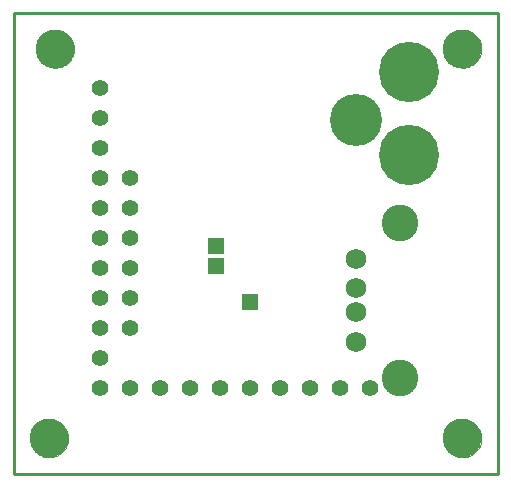
<source format=gbs>
G75*
%MOIN*%
%OFA0B0*%
%FSLAX24Y24*%
%IPPOS*%
%LPD*%
%AMOC8*
5,1,8,0,0,1.08239X$1,22.5*
%
%ADD10C,0.0100*%
%ADD11C,0.0000*%
%ADD12C,0.1300*%
%ADD13C,0.0690*%
%ADD14C,0.1221*%
%ADD15C,0.0555*%
%ADD16R,0.0555X0.0555*%
%ADD17C,0.2009*%
%ADD18C,0.1739*%
D10*
X000574Y000574D02*
X000574Y015928D01*
X016715Y015928D01*
X016715Y000574D01*
X000574Y000574D01*
D11*
X001125Y001755D02*
X001127Y001805D01*
X001133Y001855D01*
X001143Y001904D01*
X001157Y001952D01*
X001174Y001999D01*
X001195Y002044D01*
X001220Y002088D01*
X001248Y002129D01*
X001280Y002168D01*
X001314Y002205D01*
X001351Y002239D01*
X001391Y002269D01*
X001433Y002296D01*
X001477Y002320D01*
X001523Y002341D01*
X001570Y002357D01*
X001618Y002370D01*
X001668Y002379D01*
X001717Y002384D01*
X001768Y002385D01*
X001818Y002382D01*
X001867Y002375D01*
X001916Y002364D01*
X001964Y002349D01*
X002010Y002331D01*
X002055Y002309D01*
X002098Y002283D01*
X002139Y002254D01*
X002178Y002222D01*
X002214Y002187D01*
X002246Y002149D01*
X002276Y002109D01*
X002303Y002066D01*
X002326Y002022D01*
X002345Y001976D01*
X002361Y001928D01*
X002373Y001879D01*
X002381Y001830D01*
X002385Y001780D01*
X002385Y001730D01*
X002381Y001680D01*
X002373Y001631D01*
X002361Y001582D01*
X002345Y001534D01*
X002326Y001488D01*
X002303Y001444D01*
X002276Y001401D01*
X002246Y001361D01*
X002214Y001323D01*
X002178Y001288D01*
X002139Y001256D01*
X002098Y001227D01*
X002055Y001201D01*
X002010Y001179D01*
X001964Y001161D01*
X001916Y001146D01*
X001867Y001135D01*
X001818Y001128D01*
X001768Y001125D01*
X001717Y001126D01*
X001668Y001131D01*
X001618Y001140D01*
X001570Y001153D01*
X001523Y001169D01*
X001477Y001190D01*
X001433Y001214D01*
X001391Y001241D01*
X001351Y001271D01*
X001314Y001305D01*
X001280Y001342D01*
X001248Y001381D01*
X001220Y001422D01*
X001195Y001466D01*
X001174Y001511D01*
X001157Y001558D01*
X001143Y001606D01*
X001133Y001655D01*
X001127Y001705D01*
X001125Y001755D01*
X001322Y014747D02*
X001324Y014797D01*
X001330Y014847D01*
X001340Y014896D01*
X001354Y014944D01*
X001371Y014991D01*
X001392Y015036D01*
X001417Y015080D01*
X001445Y015121D01*
X001477Y015160D01*
X001511Y015197D01*
X001548Y015231D01*
X001588Y015261D01*
X001630Y015288D01*
X001674Y015312D01*
X001720Y015333D01*
X001767Y015349D01*
X001815Y015362D01*
X001865Y015371D01*
X001914Y015376D01*
X001965Y015377D01*
X002015Y015374D01*
X002064Y015367D01*
X002113Y015356D01*
X002161Y015341D01*
X002207Y015323D01*
X002252Y015301D01*
X002295Y015275D01*
X002336Y015246D01*
X002375Y015214D01*
X002411Y015179D01*
X002443Y015141D01*
X002473Y015101D01*
X002500Y015058D01*
X002523Y015014D01*
X002542Y014968D01*
X002558Y014920D01*
X002570Y014871D01*
X002578Y014822D01*
X002582Y014772D01*
X002582Y014722D01*
X002578Y014672D01*
X002570Y014623D01*
X002558Y014574D01*
X002542Y014526D01*
X002523Y014480D01*
X002500Y014436D01*
X002473Y014393D01*
X002443Y014353D01*
X002411Y014315D01*
X002375Y014280D01*
X002336Y014248D01*
X002295Y014219D01*
X002252Y014193D01*
X002207Y014171D01*
X002161Y014153D01*
X002113Y014138D01*
X002064Y014127D01*
X002015Y014120D01*
X001965Y014117D01*
X001914Y014118D01*
X001865Y014123D01*
X001815Y014132D01*
X001767Y014145D01*
X001720Y014161D01*
X001674Y014182D01*
X001630Y014206D01*
X001588Y014233D01*
X001548Y014263D01*
X001511Y014297D01*
X001477Y014334D01*
X001445Y014373D01*
X001417Y014414D01*
X001392Y014458D01*
X001371Y014503D01*
X001354Y014550D01*
X001340Y014598D01*
X001330Y014647D01*
X001324Y014697D01*
X001322Y014747D01*
X014904Y014747D02*
X014906Y014797D01*
X014912Y014847D01*
X014922Y014896D01*
X014936Y014944D01*
X014953Y014991D01*
X014974Y015036D01*
X014999Y015080D01*
X015027Y015121D01*
X015059Y015160D01*
X015093Y015197D01*
X015130Y015231D01*
X015170Y015261D01*
X015212Y015288D01*
X015256Y015312D01*
X015302Y015333D01*
X015349Y015349D01*
X015397Y015362D01*
X015447Y015371D01*
X015496Y015376D01*
X015547Y015377D01*
X015597Y015374D01*
X015646Y015367D01*
X015695Y015356D01*
X015743Y015341D01*
X015789Y015323D01*
X015834Y015301D01*
X015877Y015275D01*
X015918Y015246D01*
X015957Y015214D01*
X015993Y015179D01*
X016025Y015141D01*
X016055Y015101D01*
X016082Y015058D01*
X016105Y015014D01*
X016124Y014968D01*
X016140Y014920D01*
X016152Y014871D01*
X016160Y014822D01*
X016164Y014772D01*
X016164Y014722D01*
X016160Y014672D01*
X016152Y014623D01*
X016140Y014574D01*
X016124Y014526D01*
X016105Y014480D01*
X016082Y014436D01*
X016055Y014393D01*
X016025Y014353D01*
X015993Y014315D01*
X015957Y014280D01*
X015918Y014248D01*
X015877Y014219D01*
X015834Y014193D01*
X015789Y014171D01*
X015743Y014153D01*
X015695Y014138D01*
X015646Y014127D01*
X015597Y014120D01*
X015547Y014117D01*
X015496Y014118D01*
X015447Y014123D01*
X015397Y014132D01*
X015349Y014145D01*
X015302Y014161D01*
X015256Y014182D01*
X015212Y014206D01*
X015170Y014233D01*
X015130Y014263D01*
X015093Y014297D01*
X015059Y014334D01*
X015027Y014373D01*
X014999Y014414D01*
X014974Y014458D01*
X014953Y014503D01*
X014936Y014550D01*
X014922Y014598D01*
X014912Y014647D01*
X014906Y014697D01*
X014904Y014747D01*
X014904Y001755D02*
X014906Y001805D01*
X014912Y001855D01*
X014922Y001904D01*
X014936Y001952D01*
X014953Y001999D01*
X014974Y002044D01*
X014999Y002088D01*
X015027Y002129D01*
X015059Y002168D01*
X015093Y002205D01*
X015130Y002239D01*
X015170Y002269D01*
X015212Y002296D01*
X015256Y002320D01*
X015302Y002341D01*
X015349Y002357D01*
X015397Y002370D01*
X015447Y002379D01*
X015496Y002384D01*
X015547Y002385D01*
X015597Y002382D01*
X015646Y002375D01*
X015695Y002364D01*
X015743Y002349D01*
X015789Y002331D01*
X015834Y002309D01*
X015877Y002283D01*
X015918Y002254D01*
X015957Y002222D01*
X015993Y002187D01*
X016025Y002149D01*
X016055Y002109D01*
X016082Y002066D01*
X016105Y002022D01*
X016124Y001976D01*
X016140Y001928D01*
X016152Y001879D01*
X016160Y001830D01*
X016164Y001780D01*
X016164Y001730D01*
X016160Y001680D01*
X016152Y001631D01*
X016140Y001582D01*
X016124Y001534D01*
X016105Y001488D01*
X016082Y001444D01*
X016055Y001401D01*
X016025Y001361D01*
X015993Y001323D01*
X015957Y001288D01*
X015918Y001256D01*
X015877Y001227D01*
X015834Y001201D01*
X015789Y001179D01*
X015743Y001161D01*
X015695Y001146D01*
X015646Y001135D01*
X015597Y001128D01*
X015547Y001125D01*
X015496Y001126D01*
X015447Y001131D01*
X015397Y001140D01*
X015349Y001153D01*
X015302Y001169D01*
X015256Y001190D01*
X015212Y001214D01*
X015170Y001241D01*
X015130Y001271D01*
X015093Y001305D01*
X015059Y001342D01*
X015027Y001381D01*
X014999Y001422D01*
X014974Y001466D01*
X014953Y001511D01*
X014936Y001558D01*
X014922Y001606D01*
X014912Y001655D01*
X014906Y001705D01*
X014904Y001755D01*
D12*
X015534Y001755D03*
X015534Y014747D03*
X001952Y014747D03*
X001755Y001755D03*
D13*
X011979Y004983D03*
X011979Y005967D03*
X011979Y006755D03*
X011979Y007739D03*
D14*
X013443Y008947D03*
X013443Y003774D03*
D15*
X012436Y003436D03*
X011436Y003436D03*
X010436Y003436D03*
X009436Y003436D03*
X008436Y003436D03*
X007436Y003436D03*
X006436Y003436D03*
X005436Y003436D03*
X004436Y003436D03*
X003436Y003436D03*
X003436Y004436D03*
X003436Y005436D03*
X004436Y005436D03*
X004436Y006436D03*
X003436Y006436D03*
X003436Y007436D03*
X004436Y007436D03*
X004436Y008436D03*
X003436Y008436D03*
X003436Y009436D03*
X003436Y010436D03*
X004436Y010436D03*
X004436Y009436D03*
X003436Y011436D03*
X003436Y012436D03*
X003436Y013436D03*
D16*
X007317Y008175D03*
X007317Y007513D03*
X008456Y006296D03*
D17*
X013763Y011204D03*
X013763Y013960D03*
D18*
X011991Y012385D03*
M02*

</source>
